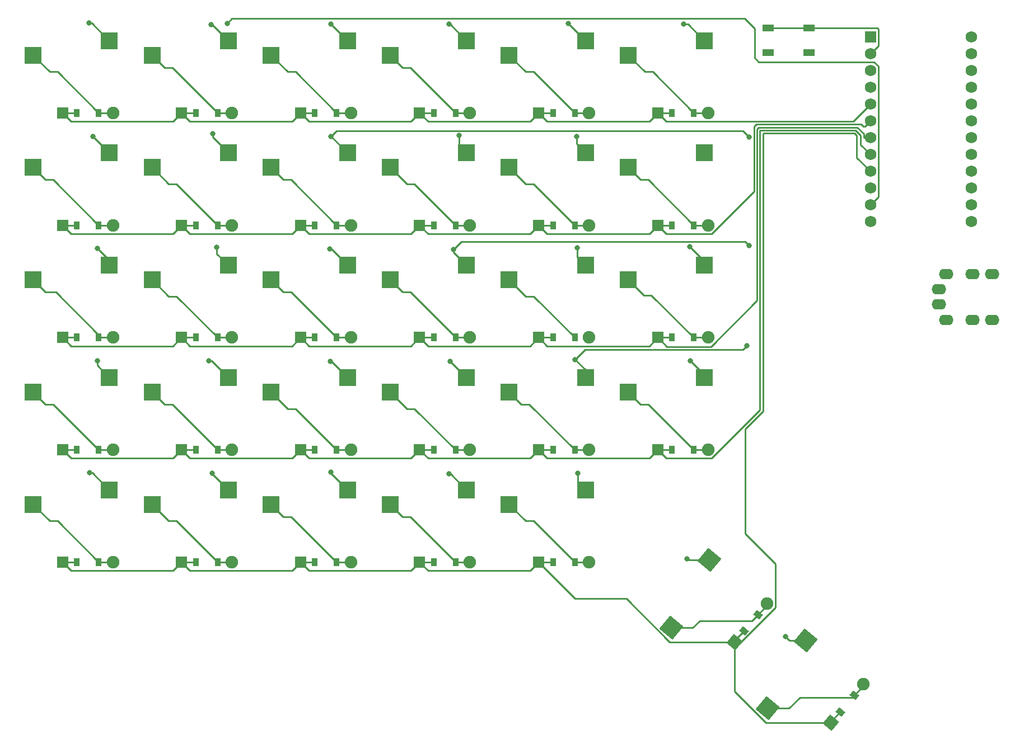
<source format=gbr>
%TF.GenerationSoftware,KiCad,Pcbnew,7.0.7-2.fc38*%
%TF.CreationDate,2023-08-26T22:07:57+08:00*%
%TF.ProjectId,split_keyboard_I,73706c69-745f-46b6-9579-626f6172645f,v1.0.0*%
%TF.SameCoordinates,Original*%
%TF.FileFunction,Copper,L1,Top*%
%TF.FilePolarity,Positive*%
%FSLAX46Y46*%
G04 Gerber Fmt 4.6, Leading zero omitted, Abs format (unit mm)*
G04 Created by KiCad (PCBNEW 7.0.7-2.fc38) date 2023-08-26 22:07:57*
%MOMM*%
%LPD*%
G01*
G04 APERTURE LIST*
G04 Aperture macros list*
%AMRotRect*
0 Rectangle, with rotation*
0 The origin of the aperture is its center*
0 $1 length*
0 $2 width*
0 $3 Rotation angle, in degrees counterclockwise*
0 Add horizontal line*
21,1,$1,$2,0,0,$3*%
G04 Aperture macros list end*
%TA.AperFunction,SMDPad,CuDef*%
%ADD10R,1.800000X1.100000*%
%TD*%
%TA.AperFunction,SMDPad,CuDef*%
%ADD11R,2.600000X2.600000*%
%TD*%
%TA.AperFunction,ComponentPad*%
%ADD12R,1.778000X1.778000*%
%TD*%
%TA.AperFunction,SMDPad,CuDef*%
%ADD13R,0.900000X1.200000*%
%TD*%
%TA.AperFunction,ComponentPad*%
%ADD14C,1.905000*%
%TD*%
%TA.AperFunction,SMDPad,CuDef*%
%ADD15RotRect,2.600000X2.600000X50.000000*%
%TD*%
%TA.AperFunction,ComponentPad*%
%ADD16O,2.200000X1.600000*%
%TD*%
%TA.AperFunction,ComponentPad*%
%ADD17RotRect,1.778000X1.778000X50.000000*%
%TD*%
%TA.AperFunction,SMDPad,CuDef*%
%ADD18RotRect,0.900000X1.200000X50.000000*%
%TD*%
%TA.AperFunction,ComponentPad*%
%ADD19R,1.752600X1.752600*%
%TD*%
%TA.AperFunction,ComponentPad*%
%ADD20C,1.752600*%
%TD*%
%TA.AperFunction,ViaPad*%
%ADD21C,0.800000*%
%TD*%
%TA.AperFunction,Conductor*%
%ADD22C,0.250000*%
%TD*%
G04 APERTURE END LIST*
D10*
%TO.P,B1,2*%
%TO.N,RST*%
X259100000Y-77850000D03*
X252900000Y-77850000D03*
%TO.P,B1,1*%
%TO.N,GND*%
X259100000Y-74150000D03*
X252900000Y-74150000D03*
%TD*%
D11*
%TO.P,S12,1*%
%TO.N,P10*%
X189275000Y-127050000D03*
%TO.P,S12,2*%
%TO.N,ring_row3*%
X177725000Y-129250000D03*
%TD*%
%TO.P,S27,1*%
%TO.N,P4*%
X243275000Y-110050000D03*
%TO.P,S27,2*%
%TO.N,inner_row2*%
X231725000Y-112250000D03*
%TD*%
%TO.P,S15,1*%
%TO.N,P10*%
X189275000Y-76050000D03*
%TO.P,S15,2*%
%TO.N,ring_number*%
X177725000Y-78250000D03*
%TD*%
D12*
%TO.P,D27,1*%
%TO.N,P19*%
X236190000Y-121000000D03*
D13*
X238350000Y-121000000D03*
%TO.P,D27,2*%
%TO.N,inner_row2*%
X241650000Y-121000000D03*
D14*
X243810000Y-121000000D03*
%TD*%
D12*
%TO.P,D2,1*%
%TO.N,P18*%
X146190000Y-138000000D03*
D13*
X148350000Y-138000000D03*
%TO.P,D2,2*%
%TO.N,outer_row3*%
X151650000Y-138000000D03*
D14*
X153810000Y-138000000D03*
%TD*%
D12*
%TO.P,D23,1*%
%TO.N,P19*%
X218190000Y-121000000D03*
D13*
X220350000Y-121000000D03*
%TO.P,D23,2*%
%TO.N,index_row2*%
X223650000Y-121000000D03*
D14*
X225810000Y-121000000D03*
%TD*%
D12*
%TO.P,D28,1*%
%TO.N,P20*%
X236190000Y-104000000D03*
D13*
X238350000Y-104000000D03*
%TO.P,D28,2*%
%TO.N,inner_row1*%
X241650000Y-104000000D03*
D14*
X243810000Y-104000000D03*
%TD*%
D12*
%TO.P,D10,1*%
%TO.N,P21*%
X164190000Y-87000000D03*
D13*
X166350000Y-87000000D03*
%TO.P,D10,2*%
%TO.N,pinky_number*%
X169650000Y-87000000D03*
D14*
X171810000Y-87000000D03*
%TD*%
D11*
%TO.P,S18,1*%
%TO.N,P2*%
X207275000Y-110050000D03*
%TO.P,S18,2*%
%TO.N,middle_row2*%
X195725000Y-112250000D03*
%TD*%
D12*
%TO.P,D20,1*%
%TO.N,P21*%
X200190000Y-87000000D03*
D13*
X202350000Y-87000000D03*
%TO.P,D20,2*%
%TO.N,middle_number*%
X205650000Y-87000000D03*
D14*
X207810000Y-87000000D03*
%TD*%
D11*
%TO.P,S6,1*%
%TO.N,P16*%
X171275000Y-144050000D03*
%TO.P,S6,2*%
%TO.N,pinky_bottom*%
X159725000Y-146250000D03*
%TD*%
D15*
%TO.P,S30,1*%
%TO.N,P4*%
X244012338Y-154641088D03*
%TO.P,S30,2*%
%TO.N,space_cluster*%
X238273439Y-164903034D03*
%TD*%
%TO.P,S31,1*%
%TO.N,P5*%
X258567183Y-166854053D03*
%TO.P,S31,2*%
%TO.N,layer_cluster*%
X252828284Y-177115999D03*
%TD*%
D12*
%TO.P,D15,1*%
%TO.N,P21*%
X182190000Y-87000000D03*
D13*
X184350000Y-87000000D03*
%TO.P,D15,2*%
%TO.N,ring_number*%
X187650000Y-87000000D03*
D14*
X189810000Y-87000000D03*
%TD*%
D12*
%TO.P,D24,1*%
%TO.N,P20*%
X218190000Y-104000000D03*
D13*
X220350000Y-104000000D03*
%TO.P,D24,2*%
%TO.N,index_row1*%
X223650000Y-104000000D03*
D14*
X225810000Y-104000000D03*
%TD*%
D11*
%TO.P,S16,1*%
%TO.N,P2*%
X207275000Y-144050000D03*
%TO.P,S16,2*%
%TO.N,middle_bottom*%
X195725000Y-146250000D03*
%TD*%
D12*
%TO.P,D6,1*%
%TO.N,P15*%
X164190000Y-155000000D03*
D13*
X166350000Y-155000000D03*
%TO.P,D6,2*%
%TO.N,pinky_bottom*%
X169650000Y-155000000D03*
D14*
X171810000Y-155000000D03*
%TD*%
D11*
%TO.P,S8,1*%
%TO.N,P16*%
X171275000Y-110050000D03*
%TO.P,S8,2*%
%TO.N,pinky_row2*%
X159725000Y-112250000D03*
%TD*%
D16*
%TO.P,TRRS1,1*%
%TO.N,GND*%
X278700000Y-113700000D03*
X278700000Y-116000000D03*
%TO.P,TRRS1,2*%
X279800000Y-111400000D03*
X279800000Y-118300000D03*
%TO.P,TRRS1,3*%
%TO.N,P6*%
X283800000Y-111400000D03*
X283800000Y-118300000D03*
%TO.P,TRRS1,4*%
%TO.N,VCC*%
X286800000Y-111400000D03*
X286800000Y-118300000D03*
%TD*%
D11*
%TO.P,S5,1*%
%TO.N,P14*%
X153275000Y-76050000D03*
%TO.P,S5,2*%
%TO.N,outer_number*%
X141725000Y-78250000D03*
%TD*%
%TO.P,S20,1*%
%TO.N,P2*%
X207275000Y-76050000D03*
%TO.P,S20,2*%
%TO.N,middle_number*%
X195725000Y-78250000D03*
%TD*%
%TO.P,S25,1*%
%TO.N,P3*%
X225275000Y-76050000D03*
%TO.P,S25,2*%
%TO.N,index_number*%
X213725000Y-78250000D03*
%TD*%
%TO.P,S14,1*%
%TO.N,P10*%
X189275000Y-93050000D03*
%TO.P,S14,2*%
%TO.N,ring_row1*%
X177725000Y-95250000D03*
%TD*%
%TO.P,S21,1*%
%TO.N,P3*%
X225275000Y-144050000D03*
%TO.P,S21,2*%
%TO.N,index_bottom*%
X213725000Y-146250000D03*
%TD*%
%TO.P,S29,1*%
%TO.N,P4*%
X243275000Y-76050000D03*
%TO.P,S29,2*%
%TO.N,inner_number*%
X231725000Y-78250000D03*
%TD*%
D12*
%TO.P,D7,1*%
%TO.N,P18*%
X164190000Y-138000000D03*
D13*
X166350000Y-138000000D03*
%TO.P,D7,2*%
%TO.N,pinky_row3*%
X169650000Y-138000000D03*
D14*
X171810000Y-138000000D03*
%TD*%
D11*
%TO.P,S7,1*%
%TO.N,P16*%
X171275000Y-127050000D03*
%TO.P,S7,2*%
%TO.N,pinky_row3*%
X159725000Y-129250000D03*
%TD*%
D12*
%TO.P,D11,1*%
%TO.N,P15*%
X182190000Y-155000000D03*
D13*
X184350000Y-155000000D03*
%TO.P,D11,2*%
%TO.N,ring_bottom*%
X187650000Y-155000000D03*
D14*
X189810000Y-155000000D03*
%TD*%
D12*
%TO.P,D1,1*%
%TO.N,P15*%
X146190000Y-155000000D03*
D13*
X148350000Y-155000000D03*
%TO.P,D1,2*%
%TO.N,outer_bottom*%
X151650000Y-155000000D03*
D14*
X153810000Y-155000000D03*
%TD*%
D11*
%TO.P,S4,1*%
%TO.N,P14*%
X153275000Y-93050000D03*
%TO.P,S4,2*%
%TO.N,outer_row1*%
X141725000Y-95250000D03*
%TD*%
D12*
%TO.P,D25,1*%
%TO.N,P21*%
X218190000Y-87000000D03*
D13*
X220350000Y-87000000D03*
%TO.P,D25,2*%
%TO.N,index_number*%
X223650000Y-87000000D03*
D14*
X225810000Y-87000000D03*
%TD*%
D17*
%TO.P,D30,1*%
%TO.N,P15*%
X247846374Y-167107037D03*
D18*
X249234795Y-165452381D03*
%TO.P,D30,2*%
%TO.N,space_cluster*%
X251355995Y-162924435D03*
D14*
X252744416Y-161269779D03*
%TD*%
D11*
%TO.P,S26,1*%
%TO.N,P4*%
X243275000Y-127050000D03*
%TO.P,S26,2*%
%TO.N,inner_row3*%
X231725000Y-129250000D03*
%TD*%
D12*
%TO.P,D8,1*%
%TO.N,P19*%
X164190000Y-121000000D03*
D13*
X166350000Y-121000000D03*
%TO.P,D8,2*%
%TO.N,pinky_row2*%
X169650000Y-121000000D03*
D14*
X171810000Y-121000000D03*
%TD*%
D11*
%TO.P,S3,1*%
%TO.N,P14*%
X153275000Y-110050000D03*
%TO.P,S3,2*%
%TO.N,outer_row2*%
X141725000Y-112250000D03*
%TD*%
%TO.P,S2,1*%
%TO.N,P14*%
X153275000Y-127050000D03*
%TO.P,S2,2*%
%TO.N,outer_row3*%
X141725000Y-129250000D03*
%TD*%
%TO.P,S23,1*%
%TO.N,P3*%
X225275000Y-110050000D03*
%TO.P,S23,2*%
%TO.N,index_row2*%
X213725000Y-112250000D03*
%TD*%
D12*
%TO.P,D3,1*%
%TO.N,P19*%
X146190000Y-121000000D03*
D13*
X148350000Y-121000000D03*
%TO.P,D3,2*%
%TO.N,outer_row2*%
X151650000Y-121000000D03*
D14*
X153810000Y-121000000D03*
%TD*%
D17*
%TO.P,D31,1*%
%TO.N,P15*%
X262401219Y-179320002D03*
D18*
X263789640Y-177665346D03*
%TO.P,D31,2*%
%TO.N,layer_cluster*%
X265910840Y-175137400D03*
D14*
X267299261Y-173482744D03*
%TD*%
D12*
%TO.P,D16,1*%
%TO.N,P15*%
X200190000Y-155000000D03*
D13*
X202350000Y-155000000D03*
%TO.P,D16,2*%
%TO.N,middle_bottom*%
X205650000Y-155000000D03*
D14*
X207810000Y-155000000D03*
%TD*%
D12*
%TO.P,D14,1*%
%TO.N,P20*%
X182190000Y-104000000D03*
D13*
X184350000Y-104000000D03*
%TO.P,D14,2*%
%TO.N,ring_row1*%
X187650000Y-104000000D03*
D14*
X189810000Y-104000000D03*
%TD*%
D11*
%TO.P,S1,1*%
%TO.N,P14*%
X153275000Y-144050000D03*
%TO.P,S1,2*%
%TO.N,outer_bottom*%
X141725000Y-146250000D03*
%TD*%
%TO.P,S13,1*%
%TO.N,P10*%
X189275000Y-110050000D03*
%TO.P,S13,2*%
%TO.N,ring_row2*%
X177725000Y-112250000D03*
%TD*%
%TO.P,S11,1*%
%TO.N,P10*%
X189275000Y-144050000D03*
%TO.P,S11,2*%
%TO.N,ring_bottom*%
X177725000Y-146250000D03*
%TD*%
%TO.P,S9,1*%
%TO.N,P16*%
X171275000Y-93050000D03*
%TO.P,S9,2*%
%TO.N,pinky_row1*%
X159725000Y-95250000D03*
%TD*%
D12*
%TO.P,D29,1*%
%TO.N,P21*%
X236190000Y-87000000D03*
D13*
X238350000Y-87000000D03*
%TO.P,D29,2*%
%TO.N,inner_number*%
X241650000Y-87000000D03*
D14*
X243810000Y-87000000D03*
%TD*%
D12*
%TO.P,D4,1*%
%TO.N,P20*%
X146190000Y-104000000D03*
D13*
X148350000Y-104000000D03*
%TO.P,D4,2*%
%TO.N,outer_row1*%
X151650000Y-104000000D03*
D14*
X153810000Y-104000000D03*
%TD*%
D12*
%TO.P,D5,1*%
%TO.N,P21*%
X146190000Y-87000000D03*
D13*
X148350000Y-87000000D03*
%TO.P,D5,2*%
%TO.N,outer_number*%
X151650000Y-87000000D03*
D14*
X153810000Y-87000000D03*
%TD*%
D19*
%TO.P,MCU1,1*%
%TO.N,RAW*%
X268380000Y-75530000D03*
D20*
%TO.P,MCU1,2*%
%TO.N,GND*%
X268380000Y-78070000D03*
%TO.P,MCU1,3*%
%TO.N,RST*%
X268380000Y-80610000D03*
%TO.P,MCU1,4*%
%TO.N,VCC*%
X268380000Y-83150000D03*
%TO.P,MCU1,5*%
%TO.N,P21*%
X268380000Y-85690000D03*
%TO.P,MCU1,6*%
%TO.N,P20*%
X268380000Y-88230000D03*
%TO.P,MCU1,7*%
%TO.N,P19*%
X268380000Y-90770000D03*
%TO.P,MCU1,8*%
%TO.N,P18*%
X268380000Y-93310000D03*
%TO.P,MCU1,9*%
%TO.N,P15*%
X268380000Y-95850000D03*
%TO.P,MCU1,10*%
%TO.N,P14*%
X268380000Y-98390000D03*
%TO.P,MCU1,11*%
%TO.N,P16*%
X268380000Y-100930000D03*
%TO.P,MCU1,12*%
%TO.N,P10*%
X268380000Y-103470000D03*
%TO.P,MCU1,13*%
%TO.N,P1*%
X283620000Y-75530000D03*
%TO.P,MCU1,14*%
%TO.N,P0*%
X283620000Y-78070000D03*
%TO.P,MCU1,15*%
%TO.N,GND*%
X283620000Y-80610000D03*
%TO.P,MCU1,16*%
X283620000Y-83150000D03*
%TO.P,MCU1,17*%
%TO.N,P2*%
X283620000Y-85690000D03*
%TO.P,MCU1,18*%
%TO.N,P3*%
X283620000Y-88230000D03*
%TO.P,MCU1,19*%
%TO.N,P4*%
X283620000Y-90770000D03*
%TO.P,MCU1,20*%
%TO.N,P5*%
X283620000Y-93310000D03*
%TO.P,MCU1,21*%
%TO.N,P6*%
X283620000Y-95850000D03*
%TO.P,MCU1,22*%
%TO.N,P7*%
X283620000Y-98390000D03*
%TO.P,MCU1,23*%
%TO.N,P8*%
X283620000Y-100930000D03*
%TO.P,MCU1,24*%
%TO.N,P9*%
X283620000Y-103470000D03*
%TD*%
D11*
%TO.P,S10,1*%
%TO.N,P16*%
X171275000Y-76050000D03*
%TO.P,S10,2*%
%TO.N,pinky_number*%
X159725000Y-78250000D03*
%TD*%
%TO.P,S19,1*%
%TO.N,P2*%
X207275000Y-93050000D03*
%TO.P,S19,2*%
%TO.N,middle_row1*%
X195725000Y-95250000D03*
%TD*%
%TO.P,S22,1*%
%TO.N,P3*%
X225275000Y-127050000D03*
%TO.P,S22,2*%
%TO.N,index_row3*%
X213725000Y-129250000D03*
%TD*%
D12*
%TO.P,D9,1*%
%TO.N,P20*%
X164190000Y-104000000D03*
D13*
X166350000Y-104000000D03*
%TO.P,D9,2*%
%TO.N,pinky_row1*%
X169650000Y-104000000D03*
D14*
X171810000Y-104000000D03*
%TD*%
D11*
%TO.P,S17,1*%
%TO.N,P2*%
X207275000Y-127050000D03*
%TO.P,S17,2*%
%TO.N,middle_row3*%
X195725000Y-129250000D03*
%TD*%
D12*
%TO.P,D19,1*%
%TO.N,P20*%
X200190000Y-104000000D03*
D13*
X202350000Y-104000000D03*
%TO.P,D19,2*%
%TO.N,middle_row1*%
X205650000Y-104000000D03*
D14*
X207810000Y-104000000D03*
%TD*%
D12*
%TO.P,D17,1*%
%TO.N,P18*%
X200190000Y-138000000D03*
D13*
X202350000Y-138000000D03*
%TO.P,D17,2*%
%TO.N,middle_row3*%
X205650000Y-138000000D03*
D14*
X207810000Y-138000000D03*
%TD*%
D12*
%TO.P,D21,1*%
%TO.N,P15*%
X218190000Y-155000000D03*
D13*
X220350000Y-155000000D03*
%TO.P,D21,2*%
%TO.N,index_bottom*%
X223650000Y-155000000D03*
D14*
X225810000Y-155000000D03*
%TD*%
D11*
%TO.P,S28,1*%
%TO.N,P4*%
X243275000Y-93050000D03*
%TO.P,S28,2*%
%TO.N,inner_row1*%
X231725000Y-95250000D03*
%TD*%
D12*
%TO.P,D22,1*%
%TO.N,P18*%
X218190000Y-138000000D03*
D13*
X220350000Y-138000000D03*
%TO.P,D22,2*%
%TO.N,index_row3*%
X223650000Y-138000000D03*
D14*
X225810000Y-138000000D03*
%TD*%
D11*
%TO.P,S24,1*%
%TO.N,P3*%
X225275000Y-93050000D03*
%TO.P,S24,2*%
%TO.N,index_row1*%
X213725000Y-95250000D03*
%TD*%
D12*
%TO.P,D13,1*%
%TO.N,P19*%
X182190000Y-121000000D03*
D13*
X184350000Y-121000000D03*
%TO.P,D13,2*%
%TO.N,ring_row2*%
X187650000Y-121000000D03*
D14*
X189810000Y-121000000D03*
%TD*%
D12*
%TO.P,D26,1*%
%TO.N,P18*%
X236190000Y-138000000D03*
D13*
X238350000Y-138000000D03*
%TO.P,D26,2*%
%TO.N,inner_row3*%
X241650000Y-138000000D03*
D14*
X243810000Y-138000000D03*
%TD*%
D12*
%TO.P,D12,1*%
%TO.N,P18*%
X182190000Y-138000000D03*
D13*
X184350000Y-138000000D03*
%TO.P,D12,2*%
%TO.N,ring_row3*%
X187650000Y-138000000D03*
D14*
X189810000Y-138000000D03*
%TD*%
D12*
%TO.P,D18,1*%
%TO.N,P19*%
X200190000Y-121000000D03*
D13*
X202350000Y-121000000D03*
%TO.P,D18,2*%
%TO.N,middle_row2*%
X205650000Y-121000000D03*
D14*
X207810000Y-121000000D03*
%TD*%
D21*
%TO.N,P14*%
X150800000Y-90600000D03*
X150280000Y-141460000D03*
X151440000Y-107460000D03*
X150170000Y-73380000D03*
X151460000Y-124510000D03*
%TO.N,P16*%
X169540000Y-107290000D03*
X168900000Y-90170000D03*
X168320000Y-124510000D03*
X171070000Y-73424500D03*
X168690000Y-73630000D03*
X168810000Y-141540000D03*
%TO.N,P10*%
X186710000Y-124640000D03*
X186760000Y-90540000D03*
X250045500Y-90620000D03*
X186590000Y-107620000D03*
X186750000Y-73560000D03*
X186790000Y-141350000D03*
%TO.N,P2*%
X204770000Y-124590000D03*
X206130000Y-90420000D03*
X250050000Y-107090000D03*
X204630000Y-141650000D03*
X204600000Y-73560000D03*
X205290000Y-107690000D03*
%TO.N,P3*%
X224040000Y-107400000D03*
X223720000Y-124320000D03*
X223920000Y-90610000D03*
X249700000Y-122270000D03*
X222660000Y-73450000D03*
X224080000Y-141570000D03*
%TO.N,P4*%
X241010000Y-107220000D03*
X240620000Y-154500000D03*
X241090000Y-124480000D03*
X240090000Y-73590000D03*
%TO.N,P5*%
X255520000Y-166270000D03*
%TD*%
D22*
%TO.N,P14*%
X153275000Y-109295000D02*
X153275000Y-110050000D01*
X151440000Y-107460000D02*
X153275000Y-109295000D01*
X150605000Y-73380000D02*
X153275000Y-76050000D01*
X150280000Y-141460000D02*
X150685000Y-141460000D01*
X151460000Y-124510000D02*
X151460000Y-125235000D01*
X150685000Y-141460000D02*
X153275000Y-144050000D01*
X151460000Y-125235000D02*
X153275000Y-127050000D01*
X150825000Y-90600000D02*
X153275000Y-93050000D01*
X150800000Y-90600000D02*
X150825000Y-90600000D01*
X150170000Y-73380000D02*
X150605000Y-73380000D01*
%TO.N,outer_bottom*%
X141725000Y-146250000D02*
X144249100Y-148774100D01*
X151650000Y-155000000D02*
X153810000Y-155000000D01*
X144249100Y-148774100D02*
X145424100Y-148774100D01*
X145424100Y-148774100D02*
X151650000Y-155000000D01*
%TO.N,outer_row3*%
X153810000Y-138000000D02*
X151650000Y-138000000D01*
X143600000Y-131125000D02*
X144775000Y-131125000D01*
X141725000Y-129250000D02*
X143600000Y-131125000D01*
X144775000Y-131125000D02*
X151650000Y-138000000D01*
%TO.N,outer_row2*%
X143600000Y-114125000D02*
X145170001Y-114125000D01*
X151650000Y-120604999D02*
X151650000Y-121000000D01*
X151650000Y-121000000D02*
X153810000Y-121000000D01*
X141725000Y-112250000D02*
X143600000Y-114125000D01*
X145170001Y-114125000D02*
X151650000Y-120604999D01*
%TO.N,outer_row1*%
X151650000Y-104000000D02*
X153810000Y-104000000D01*
X141725000Y-95250000D02*
X143600000Y-97125000D01*
X144775000Y-97125000D02*
X151650000Y-104000000D01*
X143600000Y-97125000D02*
X144775000Y-97125000D01*
%TO.N,outer_number*%
X145424100Y-80774100D02*
X151650000Y-87000000D01*
X144249100Y-80774100D02*
X145424100Y-80774100D01*
X141725000Y-78250000D02*
X144249100Y-80774100D01*
X151650000Y-87000000D02*
X153810000Y-87000000D01*
%TO.N,P16*%
X168900000Y-90675000D02*
X171275000Y-93050000D01*
X168735000Y-124510000D02*
X171275000Y-127050000D01*
X251491300Y-79271300D02*
X268931300Y-79271300D01*
X268931300Y-79271300D02*
X269581300Y-79921300D01*
X169540000Y-107290000D02*
X169540000Y-108315000D01*
X169540000Y-108315000D02*
X171275000Y-110050000D01*
X250890000Y-74240000D02*
X250890000Y-78670000D01*
X168810000Y-141585000D02*
X171275000Y-144050000D01*
X269581300Y-99728700D02*
X268380000Y-100930000D01*
X250890000Y-78670000D02*
X251491300Y-79271300D01*
X168690000Y-73630000D02*
X168855000Y-73630000D01*
X168320000Y-124510000D02*
X168735000Y-124510000D01*
X168855000Y-73630000D02*
X171275000Y-76050000D01*
X269581300Y-79921300D02*
X269581300Y-99728700D01*
X171794500Y-72700000D02*
X249350000Y-72700000D01*
X168810000Y-141540000D02*
X168810000Y-141585000D01*
X168900000Y-90170000D02*
X168900000Y-90675000D01*
X249350000Y-72700000D02*
X250890000Y-74240000D01*
X171070000Y-73424500D02*
X171794500Y-72700000D01*
%TO.N,pinky_bottom*%
X159725000Y-146250000D02*
X162249100Y-148774100D01*
X162249100Y-148774100D02*
X163424100Y-148774100D01*
X169650000Y-155000000D02*
X171810000Y-155000000D01*
X163424100Y-148774100D02*
X169650000Y-155000000D01*
%TO.N,pinky_row3*%
X169650000Y-138000000D02*
X171810000Y-138000000D01*
X161600000Y-131125000D02*
X162775000Y-131125000D01*
X162775000Y-131125000D02*
X169650000Y-138000000D01*
X159725000Y-129250000D02*
X161600000Y-131125000D01*
%TO.N,pinky_row2*%
X159725000Y-112250000D02*
X162249100Y-114774100D01*
X163424100Y-114774100D02*
X169650000Y-121000000D01*
X169650000Y-121000000D02*
X171810000Y-121000000D01*
X162249100Y-114774100D02*
X163424100Y-114774100D01*
%TO.N,pinky_row1*%
X159725000Y-95250000D02*
X162249100Y-97774100D01*
X162249100Y-97774100D02*
X163424100Y-97774100D01*
X171810000Y-104000000D02*
X169650000Y-104000000D01*
X163424100Y-97774100D02*
X169650000Y-104000000D01*
%TO.N,pinky_number*%
X159725000Y-78250000D02*
X161600000Y-80125000D01*
X161600000Y-80125000D02*
X162775000Y-80125000D01*
X171810000Y-87000000D02*
X169650000Y-87000000D01*
X162775000Y-80125000D02*
X169650000Y-87000000D01*
%TO.N,P10*%
X186785000Y-73560000D02*
X189275000Y-76050000D01*
X186760000Y-90540000D02*
X186765000Y-90540000D01*
X186750000Y-73560000D02*
X186785000Y-73560000D01*
X249120500Y-89695000D02*
X250045500Y-90620000D01*
X186790000Y-141350000D02*
X186790000Y-141565000D01*
X186765000Y-90540000D02*
X189275000Y-93050000D01*
X186790000Y-141565000D02*
X189275000Y-144050000D01*
X186845000Y-107620000D02*
X189275000Y-110050000D01*
X186710000Y-124640000D02*
X186865000Y-124640000D01*
X187605000Y-89695000D02*
X249120500Y-89695000D01*
X186760000Y-90540000D02*
X187605000Y-89695000D01*
X186865000Y-124640000D02*
X189275000Y-127050000D01*
X186590000Y-107620000D02*
X186845000Y-107620000D01*
%TO.N,ring_bottom*%
X180775000Y-148125000D02*
X187650000Y-155000000D01*
X179600000Y-148125000D02*
X180775000Y-148125000D01*
X187650000Y-155000000D02*
X189810000Y-155000000D01*
X177725000Y-146250000D02*
X179600000Y-148125000D01*
%TO.N,ring_row3*%
X187650000Y-138000000D02*
X189810000Y-138000000D01*
X180249100Y-131774100D02*
X181424100Y-131774100D01*
X177725000Y-129250000D02*
X180249100Y-131774100D01*
X181424100Y-131774100D02*
X187650000Y-138000000D01*
%TO.N,ring_row2*%
X187650000Y-121000000D02*
X189810000Y-121000000D01*
X179600000Y-114125000D02*
X180775000Y-114125000D01*
X177725000Y-112250000D02*
X179600000Y-114125000D01*
X180775000Y-114125000D02*
X187650000Y-121000000D01*
%TO.N,ring_row1*%
X177725000Y-95250000D02*
X179600000Y-97125000D01*
X179600000Y-97125000D02*
X180775000Y-97125000D01*
X180775000Y-97125000D02*
X187650000Y-104000000D01*
X189810000Y-104000000D02*
X187650000Y-104000000D01*
%TO.N,ring_number*%
X180249100Y-80774100D02*
X181424100Y-80774100D01*
X181424100Y-80774100D02*
X187650000Y-87000000D01*
X187650000Y-87000000D02*
X189810000Y-87000000D01*
X177725000Y-78250000D02*
X180249100Y-80774100D01*
%TO.N,P2*%
X204600000Y-73560000D02*
X204785000Y-73560000D01*
X206130000Y-91905000D02*
X207275000Y-93050000D01*
X204815000Y-124590000D02*
X207275000Y-127050000D01*
X206485000Y-106495000D02*
X249455000Y-106495000D01*
X206130000Y-90420000D02*
X206130000Y-91905000D01*
X205290000Y-107690000D02*
X206485000Y-106495000D01*
X249455000Y-106495000D02*
X250050000Y-107090000D01*
X204630000Y-141650000D02*
X204875000Y-141650000D01*
X204770000Y-124590000D02*
X204815000Y-124590000D01*
X204875000Y-141650000D02*
X207275000Y-144050000D01*
X205290000Y-107690000D02*
X205290000Y-108065000D01*
X205290000Y-108065000D02*
X207275000Y-110050000D01*
X204785000Y-73560000D02*
X207275000Y-76050000D01*
%TO.N,middle_bottom*%
X197600000Y-148125000D02*
X198775000Y-148125000D01*
X195725000Y-146250000D02*
X197600000Y-148125000D01*
X207810000Y-155000000D02*
X205650000Y-155000000D01*
X198775000Y-148125000D02*
X205650000Y-155000000D01*
%TO.N,middle_row3*%
X198249100Y-131774100D02*
X199424100Y-131774100D01*
X195725000Y-129250000D02*
X198249100Y-131774100D01*
X199424100Y-131774100D02*
X205650000Y-138000000D01*
X207810000Y-138000000D02*
X205650000Y-138000000D01*
%TO.N,middle_row2*%
X197600000Y-114125000D02*
X198775000Y-114125000D01*
X207810000Y-121000000D02*
X205650000Y-121000000D01*
X195725000Y-112250000D02*
X197600000Y-114125000D01*
X198775000Y-114125000D02*
X205650000Y-121000000D01*
%TO.N,middle_row1*%
X195725000Y-95250000D02*
X198249100Y-97774100D01*
X199424100Y-97774100D02*
X205650000Y-104000000D01*
X198249100Y-97774100D02*
X199424100Y-97774100D01*
X207810000Y-104000000D02*
X205650000Y-104000000D01*
%TO.N,middle_number*%
X207810000Y-87000000D02*
X205650000Y-87000000D01*
X195725000Y-78250000D02*
X197600000Y-80125000D01*
X198775000Y-80125000D02*
X205650000Y-87000000D01*
X197600000Y-80125000D02*
X198775000Y-80125000D01*
%TO.N,P3*%
X223920000Y-90610000D02*
X223920000Y-91695000D01*
X222660000Y-73450000D02*
X222675000Y-73450000D01*
X224080000Y-141570000D02*
X224080000Y-142855000D01*
X223920000Y-91695000D02*
X225275000Y-93050000D01*
X223720000Y-124320000D02*
X225200000Y-122840000D01*
X224080000Y-142855000D02*
X225275000Y-144050000D01*
X224040000Y-108815000D02*
X225275000Y-110050000D01*
X222675000Y-73450000D02*
X225275000Y-76050000D01*
X225200000Y-122840000D02*
X249130000Y-122840000D01*
X249130000Y-122840000D02*
X249700000Y-122270000D01*
X223720000Y-124320000D02*
X225275000Y-125875000D01*
X224040000Y-107400000D02*
X224040000Y-108815000D01*
X225275000Y-125875000D02*
X225275000Y-127050000D01*
%TO.N,index_bottom*%
X213725000Y-146250000D02*
X216249100Y-148774100D01*
X216249100Y-148774100D02*
X217424100Y-148774100D01*
X225810000Y-155000000D02*
X223650000Y-155000000D01*
X217424100Y-148774100D02*
X223650000Y-155000000D01*
%TO.N,index_row3*%
X225810000Y-138000000D02*
X223650000Y-138000000D01*
X215600000Y-131125000D02*
X216775000Y-131125000D01*
X216775000Y-131125000D02*
X223650000Y-138000000D01*
X213725000Y-129250000D02*
X215600000Y-131125000D01*
%TO.N,index_row2*%
X213725000Y-112250000D02*
X216249100Y-114774100D01*
X216249100Y-114774100D02*
X217424100Y-114774100D01*
X217424100Y-114774100D02*
X223650000Y-121000000D01*
%TO.N,index_row1*%
X216249100Y-97774100D02*
X217424100Y-97774100D01*
X213725000Y-95250000D02*
X216249100Y-97774100D01*
X225810000Y-104000000D02*
X223650000Y-104000000D01*
X217424100Y-97774100D02*
X223650000Y-104000000D01*
%TO.N,index_number*%
X225810000Y-87000000D02*
X223650000Y-87000000D01*
X217424100Y-80774100D02*
X223650000Y-87000000D01*
X213725000Y-78250000D02*
X216249100Y-80774100D01*
X216249100Y-80774100D02*
X217424100Y-80774100D01*
%TO.N,P4*%
X241010000Y-107220000D02*
X243275000Y-109485000D01*
X240090000Y-73590000D02*
X240815000Y-73590000D01*
X240815000Y-73590000D02*
X243275000Y-76050000D01*
X243275000Y-109485000D02*
X243275000Y-110050000D01*
X243275000Y-126665000D02*
X243275000Y-127050000D01*
X240620000Y-154500000D02*
X240761088Y-154641088D01*
X240761088Y-154641088D02*
X244012338Y-154641088D01*
X241090000Y-124480000D02*
X243275000Y-126665000D01*
%TO.N,inner_row3*%
X234775000Y-131125000D02*
X241650000Y-138000000D01*
X241650000Y-138000000D02*
X243810000Y-138000000D01*
X231725000Y-129250000D02*
X233600000Y-131125000D01*
X233600000Y-131125000D02*
X234775000Y-131125000D01*
%TO.N,inner_row2*%
X234067501Y-114592501D02*
X235242501Y-114592501D01*
X241650000Y-121000000D02*
X243810000Y-121000000D01*
X231725000Y-112250000D02*
X234067501Y-114592501D01*
X235242501Y-114592501D02*
X241650000Y-121000000D01*
%TO.N,inner_row1*%
X234775000Y-97125000D02*
X241650000Y-104000000D01*
X231725000Y-95250000D02*
X233600000Y-97125000D01*
X241650000Y-104000000D02*
X243810000Y-104000000D01*
X233600000Y-97125000D02*
X234775000Y-97125000D01*
%TO.N,inner_number*%
X235424100Y-80774100D02*
X241650000Y-87000000D01*
X241650000Y-87000000D02*
X243810000Y-87000000D01*
X234249100Y-80774100D02*
X235424100Y-80774100D01*
X231725000Y-78250000D02*
X234249100Y-80774100D01*
%TO.N,space_cluster*%
X252744416Y-161536014D02*
X251355995Y-162924435D01*
X252744416Y-161269779D02*
X252744416Y-161536014D01*
X238273439Y-164903034D02*
X241480837Y-164903034D01*
X242533871Y-163850000D02*
X250430430Y-163850000D01*
X250430430Y-163850000D02*
X251355995Y-162924435D01*
X241480837Y-164903034D02*
X242533871Y-163850000D01*
%TO.N,P5*%
X256104053Y-166854053D02*
X258567183Y-166854053D01*
X255520000Y-166270000D02*
X256104053Y-166854053D01*
%TO.N,layer_cluster*%
X257694867Y-175456814D02*
X265591426Y-175456814D01*
X252828284Y-177115999D02*
X256035682Y-177115999D01*
X267299261Y-173482744D02*
X267299261Y-173748979D01*
X267299261Y-173748979D02*
X265910840Y-175137400D01*
X265591426Y-175456814D02*
X265910840Y-175137400D01*
X256035682Y-177115999D02*
X257694867Y-175456814D01*
%TO.N,P15*%
X200190000Y-155000000D02*
X202350000Y-155000000D01*
X146190000Y-155000000D02*
X147467500Y-156277500D01*
X262401219Y-179320002D02*
X262401219Y-179053767D01*
X198912500Y-156277500D02*
X200190000Y-155000000D01*
X182190000Y-155000000D02*
X184350000Y-155000000D01*
X164190000Y-155000000D02*
X165467500Y-156277500D01*
X247846374Y-167107037D02*
X247846374Y-174585425D01*
X200190000Y-155000000D02*
X201467500Y-156277500D01*
X220350000Y-155000000D02*
X218190000Y-155000000D01*
X162912500Y-156277500D02*
X164190000Y-155000000D01*
X265961104Y-90077500D02*
X252190000Y-90077500D01*
X201467500Y-156277500D02*
X216912500Y-156277500D01*
X248752963Y-167107037D02*
X247846374Y-167107037D01*
X247846374Y-174585425D02*
X252580951Y-179320002D01*
X164190000Y-155000000D02*
X166350000Y-155000000D01*
X252120000Y-90147500D02*
X252120000Y-132133054D01*
X252190000Y-90077500D02*
X252120000Y-90147500D01*
X252120000Y-132133054D02*
X249440000Y-134813054D01*
X262401219Y-179053767D02*
X263789640Y-177665346D01*
X223709239Y-160519239D02*
X231438308Y-160519239D01*
X249440000Y-134813054D02*
X249440000Y-150680000D01*
X147467500Y-156277500D02*
X162912500Y-156277500D01*
X249440000Y-150680000D02*
X254021916Y-155261916D01*
X266301802Y-93771802D02*
X266301802Y-90418198D01*
X247846374Y-166840802D02*
X249234795Y-165452381D01*
X183467500Y-156277500D02*
X198912500Y-156277500D01*
X146190000Y-155000000D02*
X148350000Y-155000000D01*
X182190000Y-155000000D02*
X183467500Y-156277500D01*
X254021916Y-161838084D02*
X248752963Y-167107037D01*
X252580951Y-179320002D02*
X262401219Y-179320002D01*
X165467500Y-156277500D02*
X180912500Y-156277500D01*
X218190000Y-155000000D02*
X223709239Y-160519239D01*
X266301802Y-90418198D02*
X265961104Y-90077500D01*
X231438308Y-160519239D02*
X238026106Y-167107037D01*
X180912500Y-156277500D02*
X182190000Y-155000000D01*
X254021916Y-155261916D02*
X254021916Y-161838084D01*
X268380000Y-95850000D02*
X266301802Y-93771802D01*
X238026106Y-167107037D02*
X247846374Y-167107037D01*
X216912500Y-156277500D02*
X218190000Y-155000000D01*
X247846374Y-167107037D02*
X247846374Y-166840802D01*
%TO.N,P18*%
X180912500Y-139277500D02*
X182190000Y-138000000D01*
X146190000Y-138000000D02*
X148350000Y-138000000D01*
X220350000Y-138000000D02*
X218190000Y-138000000D01*
X219467500Y-139277500D02*
X234912500Y-139277500D01*
X183467500Y-139277500D02*
X198912500Y-139277500D01*
X251670000Y-89636396D02*
X251670000Y-131946658D01*
X266910000Y-90390000D02*
X266147500Y-89627500D01*
X218190000Y-138000000D02*
X219467500Y-139277500D01*
X238350000Y-138000000D02*
X236190000Y-138000000D01*
X234912500Y-139277500D02*
X236190000Y-138000000D01*
X147467500Y-139277500D02*
X162912500Y-139277500D01*
X251678896Y-89627500D02*
X251670000Y-89636396D01*
X201467500Y-139277500D02*
X216912500Y-139277500D01*
X200190000Y-138000000D02*
X201467500Y-139277500D01*
X266147500Y-89627500D02*
X251678896Y-89627500D01*
X184350000Y-138000000D02*
X182190000Y-138000000D01*
X202350000Y-138000000D02*
X200190000Y-138000000D01*
X182190000Y-138000000D02*
X183467500Y-139277500D01*
X162912500Y-139277500D02*
X164190000Y-138000000D01*
X164190000Y-138000000D02*
X165467500Y-139277500D01*
X216912500Y-139277500D02*
X218190000Y-138000000D01*
X244339158Y-139277500D02*
X237467500Y-139277500D01*
X146190000Y-138000000D02*
X147467500Y-139277500D01*
X198912500Y-139277500D02*
X200190000Y-138000000D01*
X237467500Y-139277500D02*
X236190000Y-138000000D01*
X165467500Y-139277500D02*
X180912500Y-139277500D01*
X266910000Y-91840000D02*
X266910000Y-90390000D01*
X251670000Y-131946658D02*
X244339158Y-139277500D01*
X164190000Y-138000000D02*
X166350000Y-138000000D01*
X268380000Y-93310000D02*
X266910000Y-91840000D01*
%TO.N,P19*%
X198912500Y-122277500D02*
X200190000Y-121000000D01*
X202350000Y-121000000D02*
X200190000Y-121000000D01*
X218190000Y-121000000D02*
X219467500Y-122277500D01*
X201467500Y-122277500D02*
X216912500Y-122277500D01*
X244226658Y-122390000D02*
X237580000Y-122390000D01*
X182190000Y-121000000D02*
X183467500Y-122277500D01*
X184350000Y-121000000D02*
X182190000Y-121000000D01*
X234912500Y-122277500D02*
X236190000Y-121000000D01*
X220350000Y-121000000D02*
X218190000Y-121000000D01*
X183467500Y-122277500D02*
X198912500Y-122277500D01*
X146190000Y-121000000D02*
X147467500Y-122277500D01*
X236190000Y-121000000D02*
X238350000Y-121000000D01*
X147467500Y-122277500D02*
X162912500Y-122277500D01*
X216912500Y-122277500D02*
X218190000Y-121000000D01*
X219467500Y-122277500D02*
X234912500Y-122277500D01*
X251220000Y-115396658D02*
X244226658Y-122390000D01*
X266367500Y-89177500D02*
X251492500Y-89177500D01*
X200190000Y-121000000D02*
X201467500Y-122277500D01*
X166350000Y-121000000D02*
X164190000Y-121000000D01*
X237580000Y-122390000D02*
X236190000Y-121000000D01*
X180912500Y-122277500D02*
X182190000Y-121000000D01*
X251492500Y-89177500D02*
X251220000Y-89450000D01*
X146190000Y-121000000D02*
X148350000Y-121000000D01*
X162912500Y-122277500D02*
X164190000Y-121000000D01*
X165467500Y-122277500D02*
X180912500Y-122277500D01*
X251220000Y-89450000D02*
X251220000Y-115396658D01*
X268380000Y-90770000D02*
X267360000Y-90770000D01*
X164190000Y-121000000D02*
X165467500Y-122277500D01*
X267360000Y-90170000D02*
X266367500Y-89177500D01*
X267360000Y-90770000D02*
X267360000Y-90170000D01*
%TO.N,P20*%
X146190000Y-104000000D02*
X147467500Y-105277500D01*
X244339158Y-105277500D02*
X237467500Y-105277500D01*
X184350000Y-104000000D02*
X182190000Y-104000000D01*
X268380000Y-88230000D02*
X267530000Y-89080000D01*
X250770000Y-89080000D02*
X250770000Y-98846658D01*
X164190000Y-104000000D02*
X165467500Y-105277500D01*
X250770000Y-98846658D02*
X244339158Y-105277500D01*
X146190000Y-104000000D02*
X148350000Y-104000000D01*
X200190000Y-104000000D02*
X201467500Y-105277500D01*
X202350000Y-104000000D02*
X200190000Y-104000000D01*
X237467500Y-105277500D02*
X236190000Y-104000000D01*
X182190000Y-104000000D02*
X183467500Y-105277500D01*
X234912500Y-105277500D02*
X236190000Y-104000000D01*
X183467500Y-105277500D02*
X198912500Y-105277500D01*
X266917500Y-88727500D02*
X251122500Y-88727500D01*
X180912500Y-105277500D02*
X182190000Y-104000000D01*
X201467500Y-105277500D02*
X216912500Y-105277500D01*
X216912500Y-105277500D02*
X218190000Y-104000000D01*
X218190000Y-104000000D02*
X219467500Y-105277500D01*
X219467500Y-105277500D02*
X234912500Y-105277500D01*
X267270000Y-89080000D02*
X266917500Y-88727500D01*
X162912500Y-105277500D02*
X164190000Y-104000000D01*
X166350000Y-104000000D02*
X164190000Y-104000000D01*
X198912500Y-105277500D02*
X200190000Y-104000000D01*
X251122500Y-88727500D02*
X250770000Y-89080000D01*
X236190000Y-104000000D02*
X238350000Y-104000000D01*
X267530000Y-89080000D02*
X267270000Y-89080000D01*
X147467500Y-105277500D02*
X162912500Y-105277500D01*
X165467500Y-105277500D02*
X180912500Y-105277500D01*
X220350000Y-104000000D02*
X218190000Y-104000000D01*
%TO.N,P21*%
X180912500Y-88277500D02*
X182190000Y-87000000D01*
X182190000Y-87000000D02*
X183467500Y-88277500D01*
X165467500Y-88277500D02*
X180912500Y-88277500D01*
X218190000Y-87000000D02*
X219467500Y-88277500D01*
X147467500Y-88277500D02*
X162912500Y-88277500D01*
X268380000Y-85690000D02*
X265792500Y-88277500D01*
X166350000Y-87000000D02*
X164190000Y-87000000D01*
X198912500Y-88277500D02*
X200190000Y-87000000D01*
X219467500Y-88277500D02*
X234912500Y-88277500D01*
X182190000Y-87000000D02*
X184350000Y-87000000D01*
X201467500Y-88277500D02*
X216912500Y-88277500D01*
X265792500Y-88277500D02*
X237467500Y-88277500D01*
X234912500Y-88277500D02*
X236190000Y-87000000D01*
X183467500Y-88277500D02*
X198912500Y-88277500D01*
X162912500Y-88277500D02*
X164190000Y-87000000D01*
X202350000Y-87000000D02*
X200190000Y-87000000D01*
X238350000Y-87000000D02*
X236190000Y-87000000D01*
X220350000Y-87000000D02*
X218190000Y-87000000D01*
X200190000Y-87000000D02*
X201467500Y-88277500D01*
X216912500Y-88277500D02*
X218190000Y-87000000D01*
X164190000Y-87000000D02*
X165467500Y-88277500D01*
X146190000Y-87000000D02*
X147467500Y-88277500D01*
X146190000Y-87000000D02*
X148350000Y-87000000D01*
X237467500Y-88277500D02*
X236190000Y-87000000D01*
%TO.N,GND*%
X269402600Y-74150000D02*
X269581300Y-74328700D01*
X269581300Y-74328700D02*
X269581300Y-76868700D01*
X259100000Y-74150000D02*
X269402600Y-74150000D01*
X269581300Y-76868700D02*
X268380000Y-78070000D01*
X252900000Y-74150000D02*
X259100000Y-74150000D01*
%TD*%
M02*

</source>
